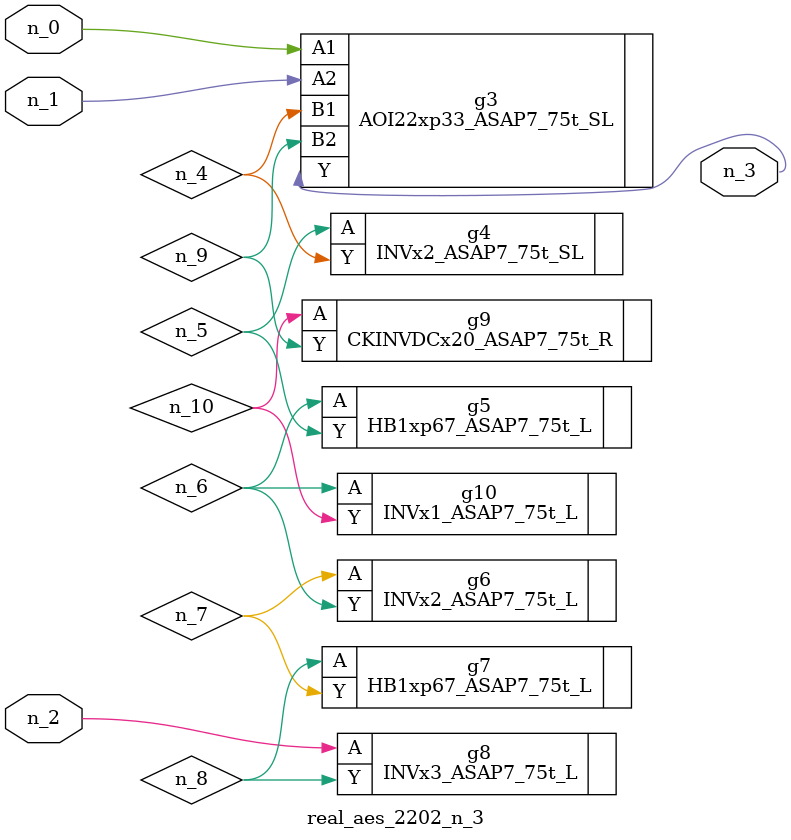
<source format=v>
module real_aes_2202_n_3 (n_0, n_2, n_1, n_3);
input n_0;
input n_2;
input n_1;
output n_3;
wire n_4;
wire n_5;
wire n_7;
wire n_9;
wire n_6;
wire n_8;
wire n_10;
AOI22xp33_ASAP7_75t_SL g3 ( .A1(n_0), .A2(n_1), .B1(n_4), .B2(n_9), .Y(n_3) );
INVx3_ASAP7_75t_L g8 ( .A(n_2), .Y(n_8) );
INVx2_ASAP7_75t_SL g4 ( .A(n_5), .Y(n_4) );
HB1xp67_ASAP7_75t_L g5 ( .A(n_6), .Y(n_5) );
INVx1_ASAP7_75t_L g10 ( .A(n_6), .Y(n_10) );
INVx2_ASAP7_75t_L g6 ( .A(n_7), .Y(n_6) );
HB1xp67_ASAP7_75t_L g7 ( .A(n_8), .Y(n_7) );
CKINVDCx20_ASAP7_75t_R g9 ( .A(n_10), .Y(n_9) );
endmodule
</source>
